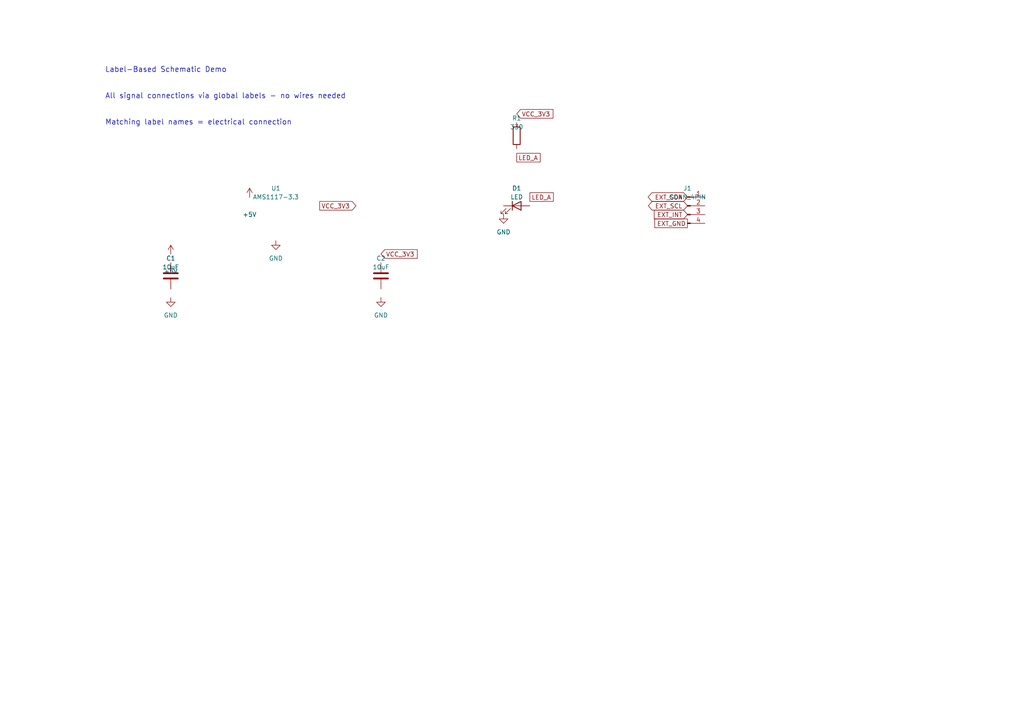
<source format=kicad_sch>
(kicad_sch (version 20250114) (generator "eeschema") (generator_version "9.0")
  (paper "A4")
  (title_block (title "Label-Based Circuit Demo") (date "2025-01") (rev "POC") (company "") (comment 1 "Proof of concept: No wires, only global labels") (comment 2 ""))
  (lib_symbols
    (symbol "Device:C" (pin_numbers (hide yes)) (pin_names (offset 0.254))
      (property "Reference" "C" (at 0.635 2.54 0))
      (property "Value" "C" (at 0.635 -2.54 0))
      (symbol "C_0_1"
        (polyline (pts (xy -2.032 0.762) (xy 2.032 0.762)) (stroke (width 0.508)))
        (polyline (pts (xy -2.032 -0.762) (xy 2.032 -0.762)) (stroke (width 0.508)))
      )
      (symbol "C_1_1"
        (pin passive line (at 0 3.81 270) (length 2.794) (name "~") (number "1"))
        (pin passive line (at 0 -3.81 90) (length 2.794) (name "~") (number "2"))
      )
    )
    (symbol "Device:LED" (pin_numbers (hide yes)) (pin_names (offset 1.016) (hide yes))
      (property "Reference" "D" (at 0 2.54 0))
      (property "Value" "LED" (at 0 -2.54 0))
      (symbol "LED_0_1"
        (polyline (pts (xy -3.048 -0.762) (xy -4.572 -2.286) (xy -3.81 -2.286) (xy -4.572 -2.286) (xy -4.572 -1.524)))
        (polyline (pts (xy -1.778 -0.762) (xy -3.302 -2.286) (xy -2.54 -2.286) (xy -3.302 -2.286) (xy -3.302 -1.524)))
        (polyline (pts (xy -1.27 0) (xy 1.27 0)))
        (polyline (pts (xy -1.27 -1.27) (xy -1.27 1.27)) (stroke (width 0.254)))
        (polyline (pts (xy 1.27 -1.27) (xy 1.27 1.27) (xy -1.27 0) (xy 1.27 -1.27)) (stroke (width 0.254)))
      )
      (symbol "LED_1_1"
        (pin passive line (at -3.81 0 0) (length 2.54) (name "K") (number "1"))
        (pin passive line (at 3.81 0 180) (length 2.54) (name "A") (number "2"))
      )
    )
    (symbol "Device:R" (pin_numbers (hide yes)) (pin_names (offset 0))
      (property "Reference" "R" (at 2.032 0 90))
      (property "Value" "R" (at 0 0 90))
      (symbol "R_0_1"
        (rectangle (start -1.016 -2.54) (end 1.016 2.54) (stroke (width 0.254)))
      )
      (symbol "R_1_1"
        (pin passive line (at 0 3.81 270) (length 1.27) (name "~") (number "1"))
        (pin passive line (at 0 -3.81 90) (length 1.27) (name "~") (number "2"))
      )
    )
    (symbol "Connector:Conn_01x04_Pin" (pin_names (offset 1.016) (hide yes))
      (property "Reference" "J" (at 0 5.08 0))
      (property "Value" "Conn_01x04_Pin" (at 0 -7.62 0))
      (symbol "Conn_01x04_Pin_1_1"
        (rectangle (start 0.8636 2.667) (end 0 2.413) (stroke (width 0.1524)) (fill (type outline)))
        (rectangle (start 0.8636 0.127) (end 0 -0.127) (stroke (width 0.1524)) (fill (type outline)))
        (rectangle (start 0.8636 -2.413) (end 0 -2.667) (stroke (width 0.1524)) (fill (type outline)))
        (rectangle (start 0.8636 -4.953) (end 0 -5.207) (stroke (width 0.1524)) (fill (type outline)))
        (polyline (pts (xy 1.27 2.54) (xy 0.8636 2.54)) (stroke (width 0.1524)))
        (polyline (pts (xy 1.27 0) (xy 0.8636 0)) (stroke (width 0.1524)))
        (polyline (pts (xy 1.27 -2.54) (xy 0.8636 -2.54)) (stroke (width 0.1524)))
        (polyline (pts (xy 1.27 -5.08) (xy 0.8636 -5.08)) (stroke (width 0.1524)))
        (pin passive line (at 5.08 2.54 180) (length 3.81) (name "Pin_1") (number "1"))
        (pin passive line (at 5.08 0 180) (length 3.81) (name "Pin_2") (number "2"))
        (pin passive line (at 5.08 -2.54 180) (length 3.81) (name "Pin_3") (number "3"))
        (pin passive line (at 5.08 -5.08 180) (length 3.81) (name "Pin_4") (number "4"))
      )
    )
    (symbol "power:+5V" (power) (pin_numbers (hide yes)) (pin_names (offset 0) (hide yes))
      (property "Value" "+5V" (at 0 3.556 0))
      (symbol "+5V_0_1"
        (polyline (pts (xy -0.762 1.27) (xy 0 2.54)))
        (polyline (pts (xy 0 2.54) (xy 0.762 1.27)))
        (polyline (pts (xy 0 0) (xy 0 2.54)))
      )
      (symbol "+5V_1_1"
        (pin power_in line (at 0 0 90) (length 0) (name "~") (number "1"))
      )
    )
    (symbol "power:GND" (power) (pin_numbers (hide yes)) (pin_names (offset 0) (hide yes))
      (property "Value" "GND" (at 0 -3.81 0))
      (symbol "GND_0_1"
        (polyline (pts (xy 0 0) (xy 0 -1.27) (xy 1.27 -1.27) (xy 0 -2.54) (xy -1.27 -1.27) (xy 0 -1.27)))
      )
      (symbol "GND_1_1"
        (pin power_in line (at 0 0 270) (length 0) (name "~") (number "1"))
      )
    )
  )
  (symbol (lib_id "Regulator_Linear:AMS1117-3.3") (at 80.01 59.69 0) (unit 1)
    (property "Reference" "U1" (at 80.01 54.61 0))
    (property "Value" "AMS1117-3.3" (at 80.01 57.15 0))
  )
  (symbol (lib_id "Device:C") (at 49.53 80.01 0) (unit 1)
    (property "Reference" "C1" (at 49.53 74.93 0))
    (property "Value" "10uF" (at 49.53 77.47 0))
  )
  (symbol (lib_id "Device:C") (at 110.49 80.01 0) (unit 1)
    (property "Reference" "C2" (at 110.49 74.93 0))
    (property "Value" "10uF" (at 110.49 77.47 0))
  )
  (symbol (lib_id "Device:LED") (at 149.86 59.69 0) (unit 1)
    (property "Reference" "D1" (at 149.86 54.61 0))
    (property "Value" "LED" (at 149.86 57.15 0))
  )
  (symbol (lib_id "Device:R") (at 149.86 39.37 0) (unit 1)
    (property "Reference" "R1" (at 149.86 34.29 0))
    (property "Value" "330" (at 149.86 36.83 0))
  )
  (symbol (lib_id "Connector:Conn_01x04_Pin") (at 199.39 59.69 0) (unit 1)
    (property "Reference" "J1" (at 199.39 54.61 0))
    (property "Value" "CONN_4PIN" (at 199.39 57.15 0))
  )
  (symbol (lib_id "power:+5V") (at 72.39 57.15 0) (unit 1)
    (property "Reference" "#PWR01" (effects (hide yes)))
    (property "Value" "+5V" (at 72.39 62.23 0))
  )
  (symbol (lib_id "power:GND") (at 80.01 69.85 0) (unit 1)
    (property "Reference" "#PWR02" (effects (hide yes)))
    (property "Value" "GND" (at 80.01 74.93 0))
  )
  (symbol (lib_id "power:+5V") (at 49.53 73.66 0) (unit 1)
    (property "Reference" "#PWR03" (effects (hide yes)))
    (property "Value" "+5V" (at 49.53 78.74 0))
  )
  (symbol (lib_id "power:GND") (at 49.53 86.36 0) (unit 1)
    (property "Reference" "#PWR04" (effects (hide yes)))
    (property "Value" "GND" (at 49.53 91.44 0))
  )
  (symbol (lib_id "power:GND") (at 110.49 86.36 0) (unit 1)
    (property "Reference" "#PWR05" (effects (hide yes)))
    (property "Value" "GND" (at 110.49 91.44 0))
  )
  (symbol (lib_id "power:GND") (at 146.05 62.23 0) (unit 1)
    (property "Reference" "#PWR06" (effects (hide yes)))
    (property "Value" "GND" (at 146.05 67.31 0))
  )
  (global_label "VCC_3V3" (shape output) (at 92.71 59.69 0))
  (global_label "VCC_3V3" (shape input) (at 110.49 73.66 0))
  (global_label "VCC_3V3" (shape input) (at 149.86 33.02 0))
  (global_label "LED_A" (shape passive) (at 153.67 57.15 0))
  (global_label "LED_A" (shape passive) (at 149.86 45.72 0))
  (global_label "EXT_SDA" (shape bidirectional) (at 199.39 57.15 180))
  (global_label "EXT_SCL" (shape bidirectional) (at 199.39 59.69 180))
  (global_label "EXT_INT" (shape input) (at 199.39 62.23 180))
  (global_label "EXT_GND" (shape passive) (at 199.39 64.77 180))
  (text "Label-Based Schematic Demo" (at 30.48 20.32 0) (effects (font (size 1.524 1.524)) (justify left)))
  (text "All signal connections via global labels - no wires needed" (at 30.48 27.94 0) (effects (font (size 1.524 1.524)) (justify left)))
  (text "Matching label names = electrical connection" (at 30.48 35.56 0) (effects (font (size 1.524 1.524)) (justify left)))
)
</source>
